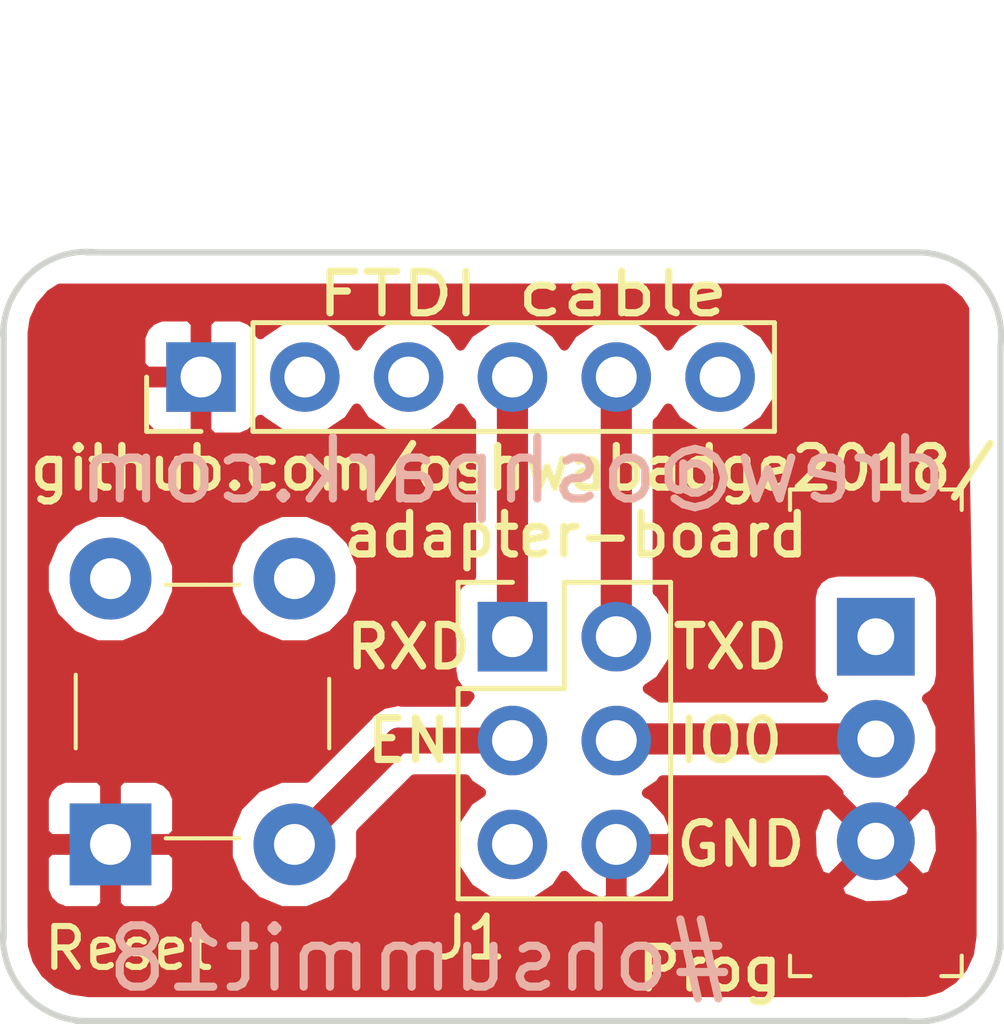
<source format=kicad_pcb>
(kicad_pcb (version 20171130) (host pcbnew 5.0.0-fee4fd1~65~ubuntu17.10.1)

  (general
    (thickness 1.6)
    (drawings 18)
    (tracks 6)
    (zones 0)
    (modules 4)
    (nets 13)
  )

  (page A4)
  (layers
    (0 F.Cu signal)
    (31 B.Cu signal)
    (32 B.Adhes user)
    (33 F.Adhes user)
    (34 B.Paste user)
    (35 F.Paste user)
    (36 B.SilkS user)
    (37 F.SilkS user)
    (38 B.Mask user)
    (39 F.Mask user)
    (40 Dwgs.User user)
    (41 Cmts.User user)
    (42 Eco1.User user)
    (43 Eco2.User user)
    (44 Edge.Cuts user)
    (45 Margin user)
    (46 B.CrtYd user)
    (47 F.CrtYd user)
    (48 B.Fab user)
    (49 F.Fab user)
  )

  (setup
    (last_trace_width 0.508)
    (trace_clearance 0.508)
    (zone_clearance 0.508)
    (zone_45_only no)
    (trace_min 0.254)
    (segment_width 0.2)
    (edge_width 0.15)
    (via_size 0.8)
    (via_drill 0.508)
    (via_min_size 0.381)
    (via_min_drill 0.508)
    (uvia_size 0.3)
    (uvia_drill 0.1)
    (uvias_allowed no)
    (uvia_min_size 0.2)
    (uvia_min_drill 0.1)
    (pcb_text_width 0.3)
    (pcb_text_size 1.5 1.5)
    (mod_edge_width 0.15)
    (mod_text_size 1 1)
    (mod_text_width 0.15)
    (pad_size 1.524 1.524)
    (pad_drill 0.762)
    (pad_to_mask_clearance 0.2)
    (aux_axis_origin 0 0)
    (visible_elements FFFFFF7F)
    (pcbplotparams
      (layerselection 0x010fc_ffffffff)
      (usegerberextensions false)
      (usegerberattributes false)
      (usegerberadvancedattributes false)
      (creategerberjobfile false)
      (excludeedgelayer true)
      (linewidth 0.100000)
      (plotframeref false)
      (viasonmask false)
      (mode 1)
      (useauxorigin false)
      (hpglpennumber 1)
      (hpglpenspeed 20)
      (hpglpendiameter 15.000000)
      (psnegative false)
      (psa4output false)
      (plotreference true)
      (plotvalue true)
      (plotinvisibletext false)
      (padsonsilk false)
      (subtractmaskfromsilk false)
      (outputformat 1)
      (mirror false)
      (drillshape 1)
      (scaleselection 1)
      (outputdirectory ""))
  )

  (net 0 "")
  (net 1 TXD)
  (net 2 EN)
  (net 3 RXD)
  (net 4 IO0)
  (net 5 GND)
  (net 6 "Net-(J2-Pad2)")
  (net 7 "Net-(J2-Pad3)")
  (net 8 "Net-(J2-Pad6)")
  (net 9 "Net-(Mode1-Pad1)")
  (net 10 "Net-(Reset1-Pad2)")
  (net 11 "Net-(Reset1-Pad4)")
  (net 12 "Net-(J1-Pad5)")

  (net_class Default "This is the default net class."
    (clearance 0.508)
    (trace_width 0.508)
    (via_dia 0.8)
    (via_drill 0.508)
    (uvia_dia 0.3)
    (uvia_drill 0.1)
    (diff_pair_gap 0.25)
    (diff_pair_width 0.254)
    (add_net EN)
    (add_net GND)
    (add_net IO0)
    (add_net "Net-(J1-Pad5)")
    (add_net "Net-(J2-Pad2)")
    (add_net "Net-(J2-Pad3)")
    (add_net "Net-(J2-Pad6)")
    (add_net "Net-(Mode1-Pad1)")
    (add_net "Net-(Reset1-Pad2)")
    (add_net "Net-(Reset1-Pad4)")
    (add_net RXD)
    (add_net TXD)
  )

  (module Connector_PinHeader_2.54mm:PinHeader_2x03_P2.54mm_Vertical (layer F.Cu) (tedit 5BB9A9DA) (tstamp 5BC1446E)
    (at 141.224 78.486)
    (descr "Through hole straight pin header, 2x03, 2.54mm pitch, double rows")
    (tags "Through hole pin header THT 2x03 2.54mm double row")
    (path /5BB99ED8)
    (fp_text reference J1 (at -1.016 7.366) (layer F.SilkS)
      (effects (font (size 1 1) (thickness 0.15)))
    )
    (fp_text value "OHS18 Badge" (at 1.27 7.41) (layer F.Fab)
      (effects (font (size 1 1) (thickness 0.15)))
    )
    (fp_line (start 0 -1.27) (end 3.81 -1.27) (layer F.Fab) (width 0.1))
    (fp_line (start 3.81 -1.27) (end 3.81 6.35) (layer F.Fab) (width 0.1))
    (fp_line (start 3.81 6.35) (end -1.27 6.35) (layer F.Fab) (width 0.1))
    (fp_line (start -1.27 6.35) (end -1.27 0) (layer F.Fab) (width 0.1))
    (fp_line (start -1.27 0) (end 0 -1.27) (layer F.Fab) (width 0.1))
    (fp_line (start -1.33 6.41) (end 3.87 6.41) (layer F.SilkS) (width 0.12))
    (fp_line (start -1.33 1.27) (end -1.33 6.41) (layer F.SilkS) (width 0.12))
    (fp_line (start 3.87 -1.33) (end 3.87 6.41) (layer F.SilkS) (width 0.12))
    (fp_line (start -1.33 1.27) (end 1.27 1.27) (layer F.SilkS) (width 0.12))
    (fp_line (start 1.27 1.27) (end 1.27 -1.33) (layer F.SilkS) (width 0.12))
    (fp_line (start 1.27 -1.33) (end 3.87 -1.33) (layer F.SilkS) (width 0.12))
    (fp_line (start -1.33 0) (end -1.33 -1.33) (layer F.SilkS) (width 0.12))
    (fp_line (start -1.33 -1.33) (end 0 -1.33) (layer F.SilkS) (width 0.12))
    (fp_line (start -1.8 -1.8) (end -1.8 6.85) (layer F.CrtYd) (width 0.05))
    (fp_line (start -1.8 6.85) (end 4.35 6.85) (layer F.CrtYd) (width 0.05))
    (fp_line (start 4.35 6.85) (end 4.35 -1.8) (layer F.CrtYd) (width 0.05))
    (fp_line (start 4.35 -1.8) (end -1.8 -1.8) (layer F.CrtYd) (width 0.05))
    (fp_text user %R (at 1.27 2.54 90) (layer F.Fab)
      (effects (font (size 1 1) (thickness 0.15)))
    )
    (pad 1 thru_hole rect (at 0 0) (size 1.7 1.7) (drill 1) (layers *.Cu *.Mask)
      (net 1 TXD))
    (pad 2 thru_hole oval (at 2.54 0) (size 1.7 1.7) (drill 1) (layers *.Cu *.Mask)
      (net 3 RXD))
    (pad 3 thru_hole oval (at 0 2.54) (size 1.7 1.7) (drill 1) (layers *.Cu *.Mask)
      (net 2 EN))
    (pad 4 thru_hole oval (at 2.54 2.54) (size 1.7 1.7) (drill 1) (layers *.Cu *.Mask)
      (net 4 IO0))
    (pad 5 thru_hole oval (at 0 5.08) (size 1.7 1.7) (drill 1) (layers *.Cu *.Mask)
      (net 12 "Net-(J1-Pad5)"))
    (pad 6 thru_hole oval (at 2.54 5.08) (size 1.7 1.7) (drill 1) (layers *.Cu *.Mask)
      (net 5 GND))
    (model ${KISYS3DMOD}/Connector_PinHeader_2.54mm.3dshapes/PinHeader_2x03_P2.54mm_Vertical.wrl
      (at (xyz 0 0 0))
      (scale (xyz 1 1 1))
      (rotate (xyz 0 0 0))
    )
  )

  (module Connector_PinHeader_2.54mm:PinHeader_1x06_P2.54mm_Vertical (layer F.Cu) (tedit 5BB9A6D9) (tstamp 5BC137B6)
    (at 133.604 72.136 90)
    (descr "Through hole straight pin header, 1x06, 2.54mm pitch, single row")
    (tags "Through hole pin header THT 1x06 2.54mm single row")
    (path /5BB87A68)
    (fp_text reference J2 (at 2.794 -8.382 90) (layer F.SilkS) hide
      (effects (font (size 1 1) (thickness 0.15)))
    )
    (fp_text value "FTDI 3.3V USB to Serial" (at 0 15.03 90) (layer F.Fab)
      (effects (font (size 1 1) (thickness 0.15)))
    )
    (fp_line (start -0.635 -1.27) (end 1.27 -1.27) (layer F.Fab) (width 0.1))
    (fp_line (start 1.27 -1.27) (end 1.27 13.97) (layer F.Fab) (width 0.1))
    (fp_line (start 1.27 13.97) (end -1.27 13.97) (layer F.Fab) (width 0.1))
    (fp_line (start -1.27 13.97) (end -1.27 -0.635) (layer F.Fab) (width 0.1))
    (fp_line (start -1.27 -0.635) (end -0.635 -1.27) (layer F.Fab) (width 0.1))
    (fp_line (start -1.33 14.03) (end 1.33 14.03) (layer F.SilkS) (width 0.12))
    (fp_line (start -1.33 1.27) (end -1.33 14.03) (layer F.SilkS) (width 0.12))
    (fp_line (start 1.33 1.27) (end 1.33 14.03) (layer F.SilkS) (width 0.12))
    (fp_line (start -1.33 1.27) (end 1.33 1.27) (layer F.SilkS) (width 0.12))
    (fp_line (start -1.33 0) (end -1.33 -1.33) (layer F.SilkS) (width 0.12))
    (fp_line (start -1.33 -1.33) (end 0 -1.33) (layer F.SilkS) (width 0.12))
    (fp_line (start -1.8 -1.8) (end -1.8 14.5) (layer F.CrtYd) (width 0.05))
    (fp_line (start -1.8 14.5) (end 1.8 14.5) (layer F.CrtYd) (width 0.05))
    (fp_line (start 1.8 14.5) (end 1.8 -1.8) (layer F.CrtYd) (width 0.05))
    (fp_line (start 1.8 -1.8) (end -1.8 -1.8) (layer F.CrtYd) (width 0.05))
    (fp_text user %R (at 0 6.35 180) (layer F.Fab)
      (effects (font (size 1 1) (thickness 0.15)))
    )
    (pad 1 thru_hole rect (at 0 0 90) (size 1.7 1.7) (drill 1) (layers *.Cu *.Mask)
      (net 5 GND))
    (pad 2 thru_hole oval (at 0 2.54 90) (size 1.7 1.7) (drill 1) (layers *.Cu *.Mask)
      (net 6 "Net-(J2-Pad2)"))
    (pad 3 thru_hole oval (at 0 5.08 90) (size 1.7 1.7) (drill 1) (layers *.Cu *.Mask)
      (net 7 "Net-(J2-Pad3)"))
    (pad 4 thru_hole oval (at 0 7.62 90) (size 1.7 1.7) (drill 1) (layers *.Cu *.Mask)
      (net 1 TXD))
    (pad 5 thru_hole oval (at 0 10.16 90) (size 1.7 1.7) (drill 1) (layers *.Cu *.Mask)
      (net 3 RXD))
    (pad 6 thru_hole oval (at 0 12.7 90) (size 1.7 1.7) (drill 1) (layers *.Cu *.Mask)
      (net 8 "Net-(J2-Pad6)"))
    (model ${KISYS3DMOD}/Connector_PinHeader_2.54mm.3dshapes/PinHeader_1x06_P2.54mm_Vertical.wrl
      (at (xyz 0 0 0))
      (scale (xyz 1 1 1))
      (rotate (xyz 0 0 0))
    )
  )

  (module digikey-footprints:Switch_Slide_11.6x4mm_EG1218 (layer F.Cu) (tedit 5BB9A63F) (tstamp 5BBCB6AD)
    (at 150.114 78.486 270)
    (descr http://spec_sheets.e-switch.com/specs/P040040.pdf)
    (path /5BB8FF29)
    (fp_text reference Mode1 (at -0.254 -5.08 270) (layer F.SilkS) hide
      (effects (font (size 1 1) (thickness 0.15)))
    )
    (fp_text value EG1218 (at 2.11 3.14 270) (layer F.Fab)
      (effects (font (size 1 1) (thickness 0.15)))
    )
    (fp_text user %R (at 2.5 0 270) (layer F.Fab)
      (effects (font (size 1 1) (thickness 0.15)))
    )
    (fp_line (start -3.67 2.25) (end -3.67 -2.25) (layer F.CrtYd) (width 0.05))
    (fp_line (start -3.67 2.25) (end 8.43 2.25) (layer F.CrtYd) (width 0.05))
    (fp_line (start 8.43 2.25) (end 8.43 -2.25) (layer F.CrtYd) (width 0.05))
    (fp_line (start -3.67 -2.25) (end 8.43 -2.25) (layer F.CrtYd) (width 0.05))
    (fp_line (start 8.3 2.1) (end 7.8 2.1) (layer F.SilkS) (width 0.1))
    (fp_line (start 8.3 2.1) (end 8.3 1.6) (layer F.SilkS) (width 0.1))
    (fp_line (start -3.6 2.1) (end -3.1 2.1) (layer F.SilkS) (width 0.1))
    (fp_line (start -3.6 2.1) (end -3.6 1.6) (layer F.SilkS) (width 0.1))
    (fp_line (start -3.6 -2.1) (end -3.1 -2.1) (layer F.SilkS) (width 0.1))
    (fp_line (start -3.6 -2.1) (end -3.6 -1.6) (layer F.SilkS) (width 0.1))
    (fp_line (start 8.3 -2.1) (end 8.3 -1.6) (layer F.SilkS) (width 0.1))
    (fp_line (start 8.3 -2.1) (end 7.8 -2.1) (layer F.SilkS) (width 0.1))
    (fp_line (start -3.42 2) (end 8.18 2) (layer F.Fab) (width 0.1))
    (fp_line (start 8.18 2) (end 8.18 -2) (layer F.Fab) (width 0.1))
    (fp_line (start -3.42 2) (end -3.42 -2) (layer F.Fab) (width 0.1))
    (fp_line (start -3.42 -2) (end 8.18 -2) (layer F.Fab) (width 0.1))
    (pad 1 thru_hole rect (at 0 0 270) (size 1.9 1.9) (drill 0.9) (layers *.Cu *.Mask)
      (net 9 "Net-(Mode1-Pad1)"))
    (pad 2 thru_hole circle (at 2.5 0 270) (size 1.9 1.9) (drill 0.9) (layers *.Cu *.Mask)
      (net 4 IO0))
    (pad 3 thru_hole circle (at 5 0 270) (size 1.9 1.9) (drill 0.9) (layers *.Cu *.Mask)
      (net 5 GND))
  )

  (module digikey-footprints:Switch_Tactile_THT_B3F-1xxx (layer F.Cu) (tedit 5BB9A6E5) (tstamp 5BC13539)
    (at 131.3794 83.5672 90)
    (descr http://www.omron.com/ecb/products/pdf/en-b3f.pdf)
    (path /5BB909AE)
    (fp_text reference Reset (at -2.5388 0.4466 180) (layer F.SilkS)
      (effects (font (size 1 1) (thickness 0.15)))
    )
    (fp_text value B3F-1000 (at 3.2512 7.1006 90) (layer F.Fab)
      (effects (font (size 1 1) (thickness 0.15)))
    )
    (fp_line (start 7.7512 -1.2394) (end 7.7512 5.7606) (layer F.CrtYd) (width 0.05))
    (fp_line (start -1.2488 5.7606) (end -1.2488 -1.2394) (layer F.CrtYd) (width 0.05))
    (fp_line (start -1.2488 5.7606) (end 7.7512 5.7606) (layer F.CrtYd) (width 0.05))
    (fp_line (start -1.2488 -1.2394) (end 7.7512 -1.2394) (layer F.CrtYd) (width 0.05))
    (fp_line (start 2.3512 -0.8394) (end 4.1512 -0.8394) (layer F.SilkS) (width 0.1))
    (fp_line (start 0.1512 2.2606) (end 0.1512 3.1606) (layer F.SilkS) (width 0.1))
    (fp_line (start 0.1512 2.2606) (end 0.1512 1.3606) (layer F.SilkS) (width 0.1))
    (fp_line (start 6.3512 2.2606) (end 6.3512 3.1606) (layer F.SilkS) (width 0.1))
    (fp_line (start 6.3512 2.2606) (end 6.3512 1.3606) (layer F.SilkS) (width 0.1))
    (fp_line (start 2.3512 5.3606) (end 4.0512 5.3606) (layer F.SilkS) (width 0.1))
    (fp_text user %R (at 3.2512 2.2606 90) (layer F.Fab)
      (effects (font (size 1 1) (thickness 0.15)))
    )
    (fp_line (start 6.2512 5.2606) (end 6.2512 -0.7394) (layer F.Fab) (width 0.1))
    (fp_line (start 0.2512 -0.7394) (end 0.2512 5.2606) (layer F.Fab) (width 0.1))
    (fp_line (start 0.2512 5.2606) (end 6.2512 5.2606) (layer F.Fab) (width 0.1))
    (fp_line (start 0.2512 -0.7394) (end 6.2512 -0.7394) (layer F.Fab) (width 0.1))
    (pad 1 thru_hole rect (at 0.0012 0.0106 90) (size 2 2) (drill 1) (layers *.Cu *.Mask)
      (net 5 GND))
    (pad 2 thru_hole circle (at 6.5012 0.0106 90) (size 2 2) (drill 1) (layers *.Cu *.Mask)
      (net 10 "Net-(Reset1-Pad2)"))
    (pad 3 thru_hole circle (at 0.0012 4.5106 90) (size 2 2) (drill 1) (layers *.Cu *.Mask)
      (net 2 EN))
    (pad 4 thru_hole circle (at 6.5012 4.5106 90) (size 2 2) (drill 1) (layers *.Cu *.Mask)
      (net 11 "Net-(Reset1-Pad4)"))
  )

  (gr_text "#ohsummit18" (at 138.938 86.36) (layer B.SilkS)
    (effects (font (size 1.5 1.5) (thickness 0.2)) (justify mirror))
  )
  (gr_text drew@oshpark.com (at 141.224 74.422) (layer B.SilkS)
    (effects (font (size 1.5 1.5) (thickness 0.2)) (justify mirror))
  )
  (gr_arc (start 130.810001 71.119999) (end 131.064 69.088) (angle -97.12501635) (layer Edge.Cuts) (width 0.15) (tstamp 5BC1397B))
  (gr_line (start 151.13 69.088) (end 130.81 69.088) (layer Edge.Cuts) (width 0.15))
  (gr_text GND (at 146.812 83.566) (layer F.SilkS) (tstamp 5BC14779)
    (effects (font (size 1.016 1.016) (thickness 0.1778)))
  )
  (gr_text IO0 (at 146.558 81.026) (layer F.SilkS) (tstamp 5BC1476D)
    (effects (font (size 1.016 1.016) (thickness 0.1778)))
  )
  (gr_text EN (at 138.684 81.026) (layer F.SilkS) (tstamp 5BC14740)
    (effects (font (size 1.016 1.016) (thickness 0.1778)))
  )
  (gr_text RXD (at 138.684 78.74) (layer F.SilkS)
    (effects (font (size 1.016 1.016) (thickness 0.1778)))
  )
  (gr_text TXD (at 146.558 78.74) (layer F.SilkS)
    (effects (font (size 1.016 1.016) (thickness 0.1778)))
  )
  (gr_text Prog (at 146.05 86.614) (layer F.SilkS) (tstamp 5BC147A3)
    (effects (font (size 1.016 1.016) (thickness 0.1778)))
  )
  (gr_text "FTDI cable" (at 141.478 70.104) (layer F.SilkS)
    (effects (font (size 1.016 1.27) (thickness 0.1778)))
  )
  (gr_text "github.com/oshwabadge2018/\n    adapter-board" (at 141.224 75.184) (layer F.SilkS)
    (effects (font (size 1.016 1.016) (thickness 0.1778)))
  )
  (gr_line (start 128.778 70.866) (end 128.778 85.852) (layer Edge.Cuts) (width 0.15) (tstamp 5BC13993))
  (gr_arc (start 130.809999 85.836188) (end 128.778 85.582189) (angle -97.12501635) (layer Edge.Cuts) (width 0.15) (tstamp 5BC1398E))
  (gr_line (start 150.876 87.884) (end 130.556 87.884) (layer Edge.Cuts) (width 0.15))
  (gr_arc (start 151.114188 85.852001) (end 150.860189 87.884) (angle -97.12501635) (layer Edge.Cuts) (width 0.15) (tstamp 5BC13976))
  (gr_line (start 153.162 71.374) (end 153.162 86.106) (layer Edge.Cuts) (width 0.15) (tstamp 5BC144A7))
  (gr_arc (start 151.130001 71.135812) (end 153.162 71.389811) (angle -97.12501635) (layer Edge.Cuts) (width 0.15) (tstamp 5BC13970))

  (segment (start 141.224 72.136) (end 141.224 78.486) (width 0.762) (layer F.Cu) (net 1))
  (segment (start 138.43 81.026) (end 135.89 83.566) (width 0.635) (layer F.Cu) (net 2))
  (segment (start 141.224 81.026) (end 138.43 81.026) (width 0.635) (layer F.Cu) (net 2))
  (segment (start 143.764 72.136) (end 143.764 78.486) (width 0.762) (layer F.Cu) (net 3))
  (segment (start 143.804 80.986) (end 143.764 81.026) (width 0.762) (layer F.Cu) (net 4))
  (segment (start 150.114 80.986) (end 143.804 80.986) (width 0.762) (layer F.Cu) (net 4))

  (zone (net 5) (net_name GND) (layer F.Cu) (tstamp 5BC14D9D) (hatch edge 0.508)
    (connect_pads (clearance 0.508))
    (min_thickness 0.254)
    (fill yes (arc_segments 16) (thermal_gap 0.508) (thermal_bridge_width 0.508))
    (polygon
      (pts
        (xy 152.4 73.66) (xy 152.654 87.376) (xy 129.286 87.376) (xy 129.286 69.85) (xy 152.4 69.85)
      )
    )
    (filled_polygon
      (pts
        (xy 151.84687 70.01487) (xy 152.132669 70.26113) (xy 152.273 70.477634) (xy 152.273 73.66) (xy 152.273022 73.662351)
        (xy 152.452001 83.327193) (xy 152.452001 85.801413) (xy 152.391275 86.225447) (xy 152.235129 86.568871) (xy 151.988871 86.854669)
        (xy 151.672299 87.05986) (xy 151.308814 87.168565) (xy 150.855919 87.174) (xy 130.86058 87.174) (xy 130.436553 87.113275)
        (xy 130.093129 86.957129) (xy 129.807331 86.710871) (xy 129.60214 86.394299) (xy 129.493435 86.030814) (xy 129.488 85.577919)
        (xy 129.488 83.85175) (xy 129.755 83.85175) (xy 129.755 84.692309) (xy 129.851673 84.925698) (xy 130.030301 85.104327)
        (xy 130.26369 85.201) (xy 131.10425 85.201) (xy 131.263 85.04225) (xy 131.263 83.693) (xy 131.517 83.693)
        (xy 131.517 85.04225) (xy 131.67575 85.201) (xy 132.51631 85.201) (xy 132.749699 85.104327) (xy 132.928327 84.925698)
        (xy 133.025 84.692309) (xy 133.025 83.85175) (xy 132.86625 83.693) (xy 131.517 83.693) (xy 131.263 83.693)
        (xy 129.91375 83.693) (xy 129.755 83.85175) (xy 129.488 83.85175) (xy 129.488 82.439691) (xy 129.755 82.439691)
        (xy 129.755 83.28025) (xy 129.91375 83.439) (xy 131.263 83.439) (xy 131.263 82.08975) (xy 131.517 82.08975)
        (xy 131.517 83.439) (xy 132.86625 83.439) (xy 133.025 83.28025) (xy 133.025 82.439691) (xy 132.928327 82.206302)
        (xy 132.749699 82.027673) (xy 132.51631 81.931) (xy 131.67575 81.931) (xy 131.517 82.08975) (xy 131.263 82.08975)
        (xy 131.10425 81.931) (xy 130.26369 81.931) (xy 130.030301 82.027673) (xy 129.851673 82.206302) (xy 129.755 82.439691)
        (xy 129.488 82.439691) (xy 129.488 76.740778) (xy 129.755 76.740778) (xy 129.755 77.391222) (xy 130.003914 77.992153)
        (xy 130.463847 78.452086) (xy 131.064778 78.701) (xy 131.715222 78.701) (xy 132.316153 78.452086) (xy 132.776086 77.992153)
        (xy 133.025 77.391222) (xy 133.025 76.740778) (xy 134.255 76.740778) (xy 134.255 77.391222) (xy 134.503914 77.992153)
        (xy 134.963847 78.452086) (xy 135.564778 78.701) (xy 136.215222 78.701) (xy 136.816153 78.452086) (xy 137.276086 77.992153)
        (xy 137.525 77.391222) (xy 137.525 76.740778) (xy 137.276086 76.139847) (xy 136.816153 75.679914) (xy 136.215222 75.431)
        (xy 135.564778 75.431) (xy 134.963847 75.679914) (xy 134.503914 76.139847) (xy 134.255 76.740778) (xy 133.025 76.740778)
        (xy 132.776086 76.139847) (xy 132.316153 75.679914) (xy 131.715222 75.431) (xy 131.064778 75.431) (xy 130.463847 75.679914)
        (xy 130.003914 76.139847) (xy 129.755 76.740778) (xy 129.488 76.740778) (xy 129.488 72.42175) (xy 132.119 72.42175)
        (xy 132.119 73.112309) (xy 132.215673 73.345698) (xy 132.394301 73.524327) (xy 132.62769 73.621) (xy 133.31825 73.621)
        (xy 133.477 73.46225) (xy 133.477 72.263) (xy 132.27775 72.263) (xy 132.119 72.42175) (xy 129.488 72.42175)
        (xy 129.488 71.159691) (xy 132.119 71.159691) (xy 132.119 71.85025) (xy 132.27775 72.009) (xy 133.477 72.009)
        (xy 133.477 70.80975) (xy 133.731 70.80975) (xy 133.731 72.009) (xy 133.751 72.009) (xy 133.751 72.263)
        (xy 133.731 72.263) (xy 133.731 73.46225) (xy 133.88975 73.621) (xy 134.58031 73.621) (xy 134.813699 73.524327)
        (xy 134.992327 73.345698) (xy 135.058904 73.184967) (xy 135.073375 73.206625) (xy 135.564582 73.534839) (xy 135.997744 73.621)
        (xy 136.290256 73.621) (xy 136.723418 73.534839) (xy 137.214625 73.206625) (xy 137.414 72.908239) (xy 137.613375 73.206625)
        (xy 138.104582 73.534839) (xy 138.537744 73.621) (xy 138.830256 73.621) (xy 139.263418 73.534839) (xy 139.754625 73.206625)
        (xy 139.954 72.908239) (xy 140.153375 73.206625) (xy 140.208 73.243124) (xy 140.208001 77.021579) (xy 140.126235 77.037843)
        (xy 139.916191 77.178191) (xy 139.775843 77.388235) (xy 139.72656 77.636) (xy 139.72656 79.336) (xy 139.775843 79.583765)
        (xy 139.916191 79.793809) (xy 140.126235 79.934157) (xy 140.171619 79.943184) (xy 140.153375 79.955375) (xy 140.074446 80.0735)
        (xy 138.523804 80.0735) (xy 138.429999 80.054841) (xy 138.336194 80.0735) (xy 138.33619 80.0735) (xy 138.058353 80.128765)
        (xy 137.743286 80.339286) (xy 137.690145 80.418817) (xy 136.177963 81.931) (xy 135.564778 81.931) (xy 134.963847 82.179914)
        (xy 134.503914 82.639847) (xy 134.255 83.240778) (xy 134.255 83.891222) (xy 134.503914 84.492153) (xy 134.963847 84.952086)
        (xy 135.564778 85.201) (xy 136.215222 85.201) (xy 136.816153 84.952086) (xy 137.276086 84.492153) (xy 137.525 83.891222)
        (xy 137.525 83.278037) (xy 138.824538 81.9785) (xy 140.074446 81.9785) (xy 140.153375 82.096625) (xy 140.451761 82.296)
        (xy 140.153375 82.495375) (xy 139.825161 82.986582) (xy 139.709908 83.566) (xy 139.825161 84.145418) (xy 140.153375 84.636625)
        (xy 140.644582 84.964839) (xy 141.077744 85.051) (xy 141.370256 85.051) (xy 141.803418 84.964839) (xy 142.294625 84.636625)
        (xy 142.495353 84.336214) (xy 142.882642 84.761183) (xy 143.407108 85.007486) (xy 143.637 84.886819) (xy 143.637 83.693)
        (xy 143.891 83.693) (xy 143.891 84.886819) (xy 144.120892 85.007486) (xy 144.645358 84.761183) (xy 144.790107 84.60235)
        (xy 149.177255 84.60235) (xy 149.269792 84.864019) (xy 149.861398 85.082188) (xy 150.491461 85.057352) (xy 150.958208 84.864019)
        (xy 151.050745 84.60235) (xy 150.114 83.665605) (xy 149.177255 84.60235) (xy 144.790107 84.60235) (xy 145.035645 84.332924)
        (xy 145.205476 83.92289) (xy 145.084155 83.693) (xy 143.891 83.693) (xy 143.637 83.693) (xy 143.617 83.693)
        (xy 143.617 83.439) (xy 143.637 83.439) (xy 143.637 83.419) (xy 143.891 83.419) (xy 143.891 83.439)
        (xy 145.084155 83.439) (xy 145.192658 83.233398) (xy 148.517812 83.233398) (xy 148.542648 83.863461) (xy 148.735981 84.330208)
        (xy 148.99765 84.422745) (xy 149.934395 83.486) (xy 150.293605 83.486) (xy 151.23035 84.422745) (xy 151.492019 84.330208)
        (xy 151.710188 83.738602) (xy 151.685352 83.108539) (xy 151.492019 82.641792) (xy 151.23035 82.549255) (xy 150.293605 83.486)
        (xy 149.934395 83.486) (xy 148.99765 82.549255) (xy 148.735981 82.641792) (xy 148.517812 83.233398) (xy 145.192658 83.233398)
        (xy 145.205476 83.20911) (xy 145.035645 82.799076) (xy 144.645358 82.370817) (xy 144.515522 82.309843) (xy 144.834625 82.096625)
        (xy 144.897851 82.002) (xy 148.888472 82.002) (xy 149.197859 82.311387) (xy 149.177255 82.36965) (xy 150.114 83.306395)
        (xy 151.050745 82.36965) (xy 151.030141 82.311387) (xy 151.457698 81.88383) (xy 151.699 81.301276) (xy 151.699 80.670724)
        (xy 151.457698 80.08817) (xy 151.366867 79.997339) (xy 151.521809 79.893809) (xy 151.662157 79.683765) (xy 151.71144 79.436)
        (xy 151.71144 77.536) (xy 151.662157 77.288235) (xy 151.521809 77.078191) (xy 151.311765 76.937843) (xy 151.064 76.88856)
        (xy 149.164 76.88856) (xy 148.916235 76.937843) (xy 148.706191 77.078191) (xy 148.565843 77.288235) (xy 148.51656 77.536)
        (xy 148.51656 79.436) (xy 148.565843 79.683765) (xy 148.706191 79.893809) (xy 148.820218 79.97) (xy 144.844397 79.97)
        (xy 144.834625 79.955375) (xy 144.536239 79.756) (xy 144.834625 79.556625) (xy 145.162839 79.065418) (xy 145.278092 78.486)
        (xy 145.162839 77.906582) (xy 144.834625 77.415375) (xy 144.78 77.378876) (xy 144.78 73.243124) (xy 144.834625 73.206625)
        (xy 145.034 72.908239) (xy 145.233375 73.206625) (xy 145.724582 73.534839) (xy 146.157744 73.621) (xy 146.450256 73.621)
        (xy 146.883418 73.534839) (xy 147.374625 73.206625) (xy 147.702839 72.715418) (xy 147.818092 72.136) (xy 147.702839 71.556582)
        (xy 147.374625 71.065375) (xy 146.883418 70.737161) (xy 146.450256 70.651) (xy 146.157744 70.651) (xy 145.724582 70.737161)
        (xy 145.233375 71.065375) (xy 145.034 71.363761) (xy 144.834625 71.065375) (xy 144.343418 70.737161) (xy 143.910256 70.651)
        (xy 143.617744 70.651) (xy 143.184582 70.737161) (xy 142.693375 71.065375) (xy 142.494 71.363761) (xy 142.294625 71.065375)
        (xy 141.803418 70.737161) (xy 141.370256 70.651) (xy 141.077744 70.651) (xy 140.644582 70.737161) (xy 140.153375 71.065375)
        (xy 139.954 71.363761) (xy 139.754625 71.065375) (xy 139.263418 70.737161) (xy 138.830256 70.651) (xy 138.537744 70.651)
        (xy 138.104582 70.737161) (xy 137.613375 71.065375) (xy 137.414 71.363761) (xy 137.214625 71.065375) (xy 136.723418 70.737161)
        (xy 136.290256 70.651) (xy 135.997744 70.651) (xy 135.564582 70.737161) (xy 135.073375 71.065375) (xy 135.058904 71.087033)
        (xy 134.992327 70.926302) (xy 134.813699 70.747673) (xy 134.58031 70.651) (xy 133.88975 70.651) (xy 133.731 70.80975)
        (xy 133.477 70.80975) (xy 133.31825 70.651) (xy 132.62769 70.651) (xy 132.394301 70.747673) (xy 132.215673 70.926302)
        (xy 132.119 71.159691) (xy 129.488 71.159691) (xy 129.488 71.060177) (xy 129.532914 70.746553) (xy 129.689059 70.40313)
        (xy 129.935319 70.117331) (xy 130.151823 69.977) (xy 151.763579 69.977)
      )
    )
  )
)

</source>
